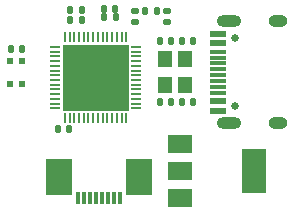
<source format=gbr>
%TF.GenerationSoftware,KiCad,Pcbnew,6.0.4*%
%TF.CreationDate,2022-06-17T20:55:26+08:00*%
%TF.ProjectId,holocubic,686f6c6f-6375-4626-9963-2e6b69636164,rev?*%
%TF.SameCoordinates,Original*%
%TF.FileFunction,Soldermask,Top*%
%TF.FilePolarity,Negative*%
%FSLAX46Y46*%
G04 Gerber Fmt 4.6, Leading zero omitted, Abs format (unit mm)*
G04 Created by KiCad (PCBNEW 6.0.4) date 2022-06-17 20:55:26*
%MOMM*%
%LPD*%
G01*
G04 APERTURE LIST*
G04 Aperture macros list*
%AMRoundRect*
0 Rectangle with rounded corners*
0 $1 Rounding radius*
0 $2 $3 $4 $5 $6 $7 $8 $9 X,Y pos of 4 corners*
0 Add a 4 corners polygon primitive as box body*
4,1,4,$2,$3,$4,$5,$6,$7,$8,$9,$2,$3,0*
0 Add four circle primitives for the rounded corners*
1,1,$1+$1,$2,$3*
1,1,$1+$1,$4,$5*
1,1,$1+$1,$6,$7*
1,1,$1+$1,$8,$9*
0 Add four rect primitives between the rounded corners*
20,1,$1+$1,$2,$3,$4,$5,0*
20,1,$1+$1,$4,$5,$6,$7,0*
20,1,$1+$1,$6,$7,$8,$9,0*
20,1,$1+$1,$8,$9,$2,$3,0*%
G04 Aperture macros list end*
%ADD10RoundRect,0.140000X0.140000X0.170000X-0.140000X0.170000X-0.140000X-0.170000X0.140000X-0.170000X0*%
%ADD11R,2.000000X1.500000*%
%ADD12R,2.000000X3.800000*%
%ADD13RoundRect,0.140000X-0.140000X-0.170000X0.140000X-0.170000X0.140000X0.170000X-0.140000X0.170000X0*%
%ADD14RoundRect,0.140000X-0.170000X0.140000X-0.170000X-0.140000X0.170000X-0.140000X0.170000X0.140000X0*%
%ADD15R,1.200000X1.400000*%
%ADD16C,0.650000*%
%ADD17R,1.450000X0.600000*%
%ADD18R,1.450000X0.300000*%
%ADD19O,1.600000X1.000000*%
%ADD20O,2.100000X1.000000*%
%ADD21RoundRect,0.147500X-0.147500X-0.172500X0.147500X-0.172500X0.147500X0.172500X-0.147500X0.172500X0*%
%ADD22RoundRect,0.050000X-0.050000X0.387500X-0.050000X-0.387500X0.050000X-0.387500X0.050000X0.387500X0*%
%ADD23RoundRect,0.050000X-0.387500X0.050000X-0.387500X-0.050000X0.387500X-0.050000X0.387500X0.050000X0*%
%ADD24R,5.600000X5.600000*%
%ADD25R,0.300000X1.100000*%
%ADD26R,2.300000X3.100000*%
%ADD27RoundRect,0.135000X-0.135000X-0.185000X0.135000X-0.185000X0.135000X0.185000X-0.135000X0.185000X0*%
%ADD28R,0.540000X0.540000*%
G04 APERTURE END LIST*
D10*
%TO.C,C17*%
X122380000Y-106300000D03*
X121420000Y-106300000D03*
%TD*%
D11*
%TO.C,U1*%
X135750000Y-114300000D03*
X135750000Y-116600000D03*
D12*
X142050000Y-116600000D03*
D11*
X135750000Y-118900000D03*
%TD*%
D10*
%TO.C,C10*%
X126380000Y-113050000D03*
X125420000Y-113050000D03*
%TD*%
D13*
%TO.C,C26*%
X129340000Y-103600000D03*
X130300000Y-103600000D03*
%TD*%
D14*
%TO.C,C8*%
X134650000Y-103070000D03*
X134650000Y-104030000D03*
%TD*%
%TO.C,C7*%
X131950000Y-103070000D03*
X131950000Y-104030000D03*
%TD*%
D13*
%TO.C,C25*%
X129330000Y-102890000D03*
X130290000Y-102890000D03*
%TD*%
D15*
%TO.C,Y1*%
X134450000Y-107100000D03*
X134450000Y-109300000D03*
X136150000Y-109300000D03*
X136150000Y-107100000D03*
%TD*%
D13*
%TO.C,C3*%
X134070000Y-110800000D03*
X135030000Y-110800000D03*
%TD*%
%TO.C,C9*%
X135920000Y-105600000D03*
X136880000Y-105600000D03*
%TD*%
%TO.C,C11*%
X135920000Y-110800000D03*
X136880000Y-110800000D03*
%TD*%
D16*
%TO.C,J2*%
X140400000Y-105360000D03*
X140400000Y-111140000D03*
D17*
X138955000Y-111500000D03*
X138955000Y-110700000D03*
D18*
X138955000Y-109500000D03*
X138955000Y-108500000D03*
X138955000Y-108000000D03*
X138955000Y-107000000D03*
D17*
X138955000Y-105800000D03*
X138955000Y-105000000D03*
X138955000Y-105000000D03*
X138955000Y-105800000D03*
D18*
X138955000Y-106500000D03*
X138955000Y-107500000D03*
X138955000Y-109000000D03*
X138955000Y-110000000D03*
D17*
X138955000Y-110700000D03*
X138955000Y-111500000D03*
D19*
X144050000Y-112570000D03*
D20*
X139870000Y-103930000D03*
D19*
X144050000Y-103930000D03*
D20*
X139870000Y-112570000D03*
%TD*%
D21*
%TO.C,L1*%
X132815000Y-103100000D03*
X133785000Y-103100000D03*
%TD*%
D22*
%TO.C,U2*%
X131200000Y-105262500D03*
X130800000Y-105262500D03*
X130400000Y-105262500D03*
X130000000Y-105262500D03*
X129600000Y-105262500D03*
X129200000Y-105262500D03*
X128800000Y-105262500D03*
X128400000Y-105262500D03*
X128000000Y-105262500D03*
X127600000Y-105262500D03*
X127200000Y-105262500D03*
X126800000Y-105262500D03*
X126400000Y-105262500D03*
X126000000Y-105262500D03*
D23*
X125162500Y-106100000D03*
X125162500Y-106500000D03*
X125162500Y-106900000D03*
X125162500Y-107300000D03*
X125162500Y-107700000D03*
X125162500Y-108100000D03*
X125162500Y-108500000D03*
X125162500Y-108900000D03*
X125162500Y-109300000D03*
X125162500Y-109700000D03*
X125162500Y-110100000D03*
X125162500Y-110500000D03*
X125162500Y-110900000D03*
X125162500Y-111300000D03*
D22*
X126000000Y-112137500D03*
X126400000Y-112137500D03*
X126800000Y-112137500D03*
X127200000Y-112137500D03*
X127600000Y-112137500D03*
X128000000Y-112137500D03*
X128400000Y-112137500D03*
X128800000Y-112137500D03*
X129200000Y-112137500D03*
X129600000Y-112137500D03*
X130000000Y-112137500D03*
X130400000Y-112137500D03*
X130800000Y-112137500D03*
X131200000Y-112137500D03*
D23*
X132037500Y-111300000D03*
X132037500Y-110900000D03*
X132037500Y-110500000D03*
X132037500Y-110100000D03*
X132037500Y-109700000D03*
X132037500Y-109300000D03*
X132037500Y-108900000D03*
X132037500Y-108500000D03*
X132037500Y-108100000D03*
X132037500Y-107700000D03*
X132037500Y-107300000D03*
X132037500Y-106900000D03*
X132037500Y-106500000D03*
X132037500Y-106100000D03*
D24*
X128600000Y-108700000D03*
%TD*%
D25*
%TO.C,J1*%
X130650000Y-118850000D03*
X130150000Y-118850000D03*
X129650000Y-118850000D03*
X129150000Y-118850000D03*
X128650000Y-118850000D03*
X128150000Y-118850000D03*
X127650000Y-118850000D03*
X127150000Y-118850000D03*
D26*
X132320000Y-117150000D03*
X125480000Y-117150000D03*
%TD*%
D27*
%TO.C,R1*%
X126427500Y-102950000D03*
X127447500Y-102950000D03*
%TD*%
D10*
%TO.C,C5*%
X127417500Y-103850000D03*
X126457500Y-103850000D03*
%TD*%
D28*
%TO.C,MK1*%
X122387100Y-107307400D03*
X122387100Y-109207400D03*
X121377100Y-109207400D03*
X121377100Y-107307400D03*
%TD*%
D13*
%TO.C,C6*%
X134070000Y-105600000D03*
X135030000Y-105600000D03*
%TD*%
M02*

</source>
